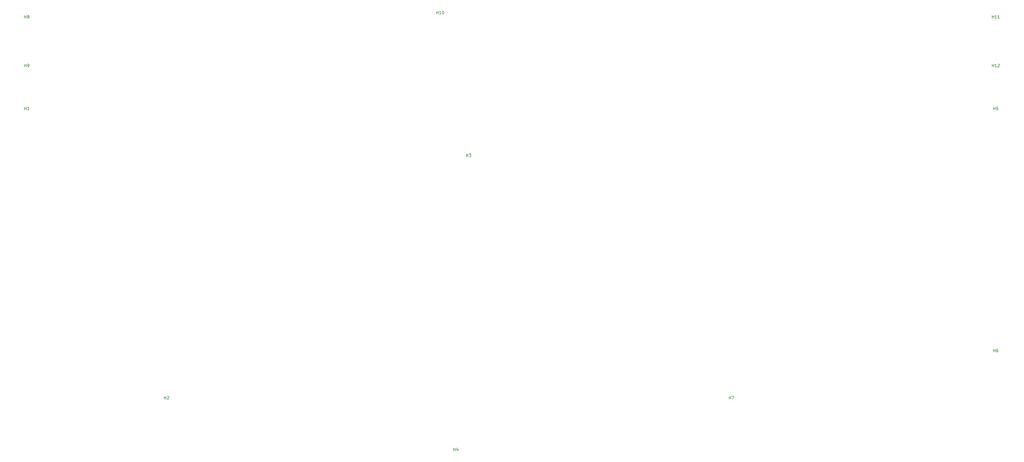
<source format=gto>
G04 #@! TF.GenerationSoftware,KiCad,Pcbnew,(5.1.6)-1*
G04 #@! TF.CreationDate,2020-07-26T17:53:41-05:00*
G04 #@! TF.ProjectId,Bonsai Base Plate,426f6e73-6169-4204-9261-736520506c61,rev?*
G04 #@! TF.SameCoordinates,Original*
G04 #@! TF.FileFunction,Legend,Top*
G04 #@! TF.FilePolarity,Positive*
%FSLAX46Y46*%
G04 Gerber Fmt 4.6, Leading zero omitted, Abs format (unit mm)*
G04 Created by KiCad (PCBNEW (5.1.6)-1) date 2020-07-26 17:53:41*
%MOMM*%
%LPD*%
G01*
G04 APERTURE LIST*
%ADD10C,0.150000*%
%ADD11C,2.300000*%
G04 APERTURE END LIST*
G04 #@! TO.C,H12*
D10*
X378371010Y-77404259D02*
X378371010Y-76404259D01*
X378371010Y-76880450D02*
X378942439Y-76880450D01*
X378942439Y-77404259D02*
X378942439Y-76404259D01*
X379942439Y-77404259D02*
X379371010Y-77404259D01*
X379656725Y-77404259D02*
X379656725Y-76404259D01*
X379561486Y-76547117D01*
X379466248Y-76642355D01*
X379371010Y-76689974D01*
X380323391Y-76499498D02*
X380371010Y-76451879D01*
X380466248Y-76404259D01*
X380704344Y-76404259D01*
X380799582Y-76451879D01*
X380847201Y-76499498D01*
X380894820Y-76594736D01*
X380894820Y-76689974D01*
X380847201Y-76832831D01*
X380275772Y-77404259D01*
X380894820Y-77404259D01*
G04 #@! TO.C,H11*
X378371011Y-60404259D02*
X378371011Y-59404259D01*
X378371011Y-59880450D02*
X378942440Y-59880450D01*
X378942440Y-60404259D02*
X378942440Y-59404259D01*
X379942440Y-60404259D02*
X379371011Y-60404259D01*
X379656726Y-60404259D02*
X379656726Y-59404259D01*
X379561487Y-59547117D01*
X379466249Y-59642355D01*
X379371011Y-59689974D01*
X380894821Y-60404259D02*
X380323392Y-60404259D01*
X380609107Y-60404259D02*
X380609107Y-59404259D01*
X380513868Y-59547117D01*
X380418630Y-59642355D01*
X380323392Y-59689974D01*
G04 #@! TO.C,H10*
X184575870Y-58904260D02*
X184575870Y-57904260D01*
X184575870Y-58380451D02*
X185147299Y-58380451D01*
X185147299Y-58904260D02*
X185147299Y-57904260D01*
X186147299Y-58904260D02*
X185575870Y-58904260D01*
X185861585Y-58904260D02*
X185861585Y-57904260D01*
X185766346Y-58047118D01*
X185671108Y-58142356D01*
X185575870Y-58189975D01*
X186766346Y-57904260D02*
X186861585Y-57904260D01*
X186956823Y-57951880D01*
X187004442Y-57999499D01*
X187052061Y-58094737D01*
X187099680Y-58285213D01*
X187099680Y-58523308D01*
X187052061Y-58713784D01*
X187004442Y-58809022D01*
X186956823Y-58856641D01*
X186861585Y-58904260D01*
X186766346Y-58904260D01*
X186671108Y-58856641D01*
X186623489Y-58809022D01*
X186575870Y-58713784D01*
X186528251Y-58523308D01*
X186528251Y-58285213D01*
X186575870Y-58094737D01*
X186623489Y-57999499D01*
X186671108Y-57951880D01*
X186766346Y-57904260D01*
G04 #@! TO.C,H9*
X40847200Y-77404259D02*
X40847200Y-76404259D01*
X40847200Y-76880450D02*
X41418628Y-76880450D01*
X41418628Y-77404259D02*
X41418628Y-76404259D01*
X41942438Y-77404259D02*
X42132914Y-77404259D01*
X42228152Y-77356640D01*
X42275771Y-77309021D01*
X42371009Y-77166164D01*
X42418628Y-76975688D01*
X42418628Y-76594736D01*
X42371009Y-76499498D01*
X42323390Y-76451879D01*
X42228152Y-76404259D01*
X42037676Y-76404259D01*
X41942438Y-76451879D01*
X41894819Y-76499498D01*
X41847200Y-76594736D01*
X41847200Y-76832831D01*
X41894819Y-76928069D01*
X41942438Y-76975688D01*
X42037676Y-77023307D01*
X42228152Y-77023307D01*
X42323390Y-76975688D01*
X42371009Y-76928069D01*
X42418628Y-76832831D01*
G04 #@! TO.C,H8*
X40847202Y-60404259D02*
X40847202Y-59404259D01*
X40847202Y-59880450D02*
X41418630Y-59880450D01*
X41418630Y-60404259D02*
X41418630Y-59404259D01*
X42037678Y-59832831D02*
X41942440Y-59785212D01*
X41894821Y-59737593D01*
X41847202Y-59642355D01*
X41847202Y-59594736D01*
X41894821Y-59499498D01*
X41942440Y-59451879D01*
X42037678Y-59404259D01*
X42228154Y-59404259D01*
X42323392Y-59451879D01*
X42371011Y-59499498D01*
X42418630Y-59594736D01*
X42418630Y-59642355D01*
X42371011Y-59737593D01*
X42323392Y-59785212D01*
X42228154Y-59832831D01*
X42037678Y-59832831D01*
X41942440Y-59880450D01*
X41894821Y-59928069D01*
X41847202Y-60023307D01*
X41847202Y-60213783D01*
X41894821Y-60309021D01*
X41942440Y-60356640D01*
X42037678Y-60404259D01*
X42228154Y-60404259D01*
X42323392Y-60356640D01*
X42371011Y-60309021D01*
X42418630Y-60213783D01*
X42418630Y-60023307D01*
X42371011Y-59928069D01*
X42323392Y-59880450D01*
X42228154Y-59832831D01*
G04 #@! TO.C,H7*
X286588562Y-193404260D02*
X286588562Y-192404260D01*
X286588562Y-192880451D02*
X287159990Y-192880451D01*
X287159990Y-193404260D02*
X287159990Y-192404260D01*
X287540943Y-192404260D02*
X288207609Y-192404260D01*
X287779038Y-193404260D01*
G04 #@! TO.C,H6*
X378847200Y-176895179D02*
X378847200Y-175895179D01*
X378847200Y-176371370D02*
X379418628Y-176371370D01*
X379418628Y-176895179D02*
X379418628Y-175895179D01*
X380323390Y-175895179D02*
X380132914Y-175895179D01*
X380037676Y-175942799D01*
X379990057Y-175990418D01*
X379894819Y-176133275D01*
X379847200Y-176323751D01*
X379847200Y-176704703D01*
X379894819Y-176799941D01*
X379942438Y-176847560D01*
X380037676Y-176895179D01*
X380228152Y-176895179D01*
X380323390Y-176847560D01*
X380371009Y-176799941D01*
X380418628Y-176704703D01*
X380418628Y-176466608D01*
X380371009Y-176371370D01*
X380323390Y-176323751D01*
X380228152Y-176276132D01*
X380037676Y-176276132D01*
X379942438Y-176323751D01*
X379894819Y-176371370D01*
X379847200Y-176466608D01*
G04 #@! TO.C,H5*
X378847203Y-92404259D02*
X378847203Y-91404259D01*
X378847203Y-91880450D02*
X379418631Y-91880450D01*
X379418631Y-92404259D02*
X379418631Y-91404259D01*
X380371012Y-91404259D02*
X379894822Y-91404259D01*
X379847203Y-91880450D01*
X379894822Y-91832831D01*
X379990060Y-91785212D01*
X380228155Y-91785212D01*
X380323393Y-91832831D01*
X380371012Y-91880450D01*
X380418631Y-91975688D01*
X380418631Y-92213783D01*
X380371012Y-92309021D01*
X380323393Y-92356640D01*
X380228155Y-92404259D01*
X379990060Y-92404259D01*
X379894822Y-92356640D01*
X379847203Y-92309021D01*
G04 #@! TO.C,H4*
X190541000Y-211404259D02*
X190541000Y-210404259D01*
X190541000Y-210880450D02*
X191112428Y-210880450D01*
X191112428Y-211404259D02*
X191112428Y-210404259D01*
X192017190Y-210737593D02*
X192017190Y-211404259D01*
X191779095Y-210356640D02*
X191541000Y-211070926D01*
X192160047Y-211070926D01*
G04 #@! TO.C,H3*
X194958061Y-108698719D02*
X194958061Y-107698719D01*
X194958061Y-108174910D02*
X195529489Y-108174910D01*
X195529489Y-108698719D02*
X195529489Y-107698719D01*
X195910442Y-107698719D02*
X196529489Y-107698719D01*
X196196156Y-108079672D01*
X196339013Y-108079672D01*
X196434251Y-108127291D01*
X196481870Y-108174910D01*
X196529489Y-108270148D01*
X196529489Y-108508243D01*
X196481870Y-108603481D01*
X196434251Y-108651100D01*
X196339013Y-108698719D01*
X196053299Y-108698719D01*
X195958061Y-108651100D01*
X195910442Y-108603481D01*
G04 #@! TO.C,H2*
X89614100Y-193404260D02*
X89614100Y-192404260D01*
X89614100Y-192880451D02*
X90185528Y-192880451D01*
X90185528Y-193404260D02*
X90185528Y-192404260D01*
X90614100Y-192499499D02*
X90661719Y-192451880D01*
X90756957Y-192404260D01*
X90995052Y-192404260D01*
X91090290Y-192451880D01*
X91137909Y-192499499D01*
X91185528Y-192594737D01*
X91185528Y-192689975D01*
X91137909Y-192832832D01*
X90566481Y-193404260D01*
X91185528Y-193404260D01*
G04 #@! TO.C,H1*
X40847201Y-92404261D02*
X40847201Y-91404261D01*
X40847201Y-91880452D02*
X41418629Y-91880452D01*
X41418629Y-92404261D02*
X41418629Y-91404261D01*
X42418629Y-92404261D02*
X41847201Y-92404261D01*
X42132915Y-92404261D02*
X42132915Y-91404261D01*
X42037677Y-91547119D01*
X41942439Y-91642357D01*
X41847201Y-91689976D01*
G04 #@! TD*
%LPC*%
D11*
G04 #@! TO.C,H12*
X379609106Y-80151879D03*
G04 #@! TD*
G04 #@! TO.C,H11*
X379609107Y-63151879D03*
G04 #@! TD*
G04 #@! TO.C,H10*
X185813966Y-61651880D03*
G04 #@! TD*
G04 #@! TO.C,H9*
X41609105Y-80151879D03*
G04 #@! TD*
G04 #@! TO.C,H8*
X41609107Y-63151879D03*
G04 #@! TD*
G04 #@! TO.C,H7*
X287350467Y-196151880D03*
G04 #@! TD*
G04 #@! TO.C,H6*
X379609105Y-179642799D03*
G04 #@! TD*
G04 #@! TO.C,H5*
X379609108Y-95151879D03*
G04 #@! TD*
G04 #@! TO.C,H4*
X191302905Y-214151879D03*
G04 #@! TD*
G04 #@! TO.C,H3*
X195719966Y-111446339D03*
G04 #@! TD*
G04 #@! TO.C,H2*
X90376005Y-196151880D03*
G04 #@! TD*
G04 #@! TO.C,H1*
X41609106Y-95151881D03*
G04 #@! TD*
M02*

</source>
